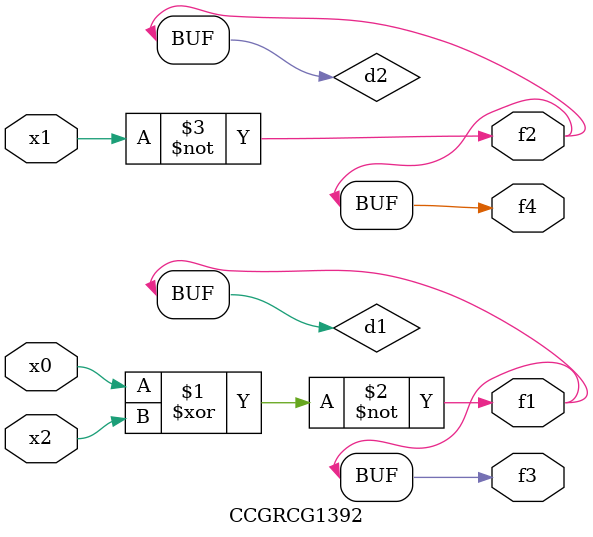
<source format=v>
module CCGRCG1392(
	input x0, x1, x2,
	output f1, f2, f3, f4
);

	wire d1, d2, d3;

	xnor (d1, x0, x2);
	nand (d2, x1);
	nor (d3, x1, x2);
	assign f1 = d1;
	assign f2 = d2;
	assign f3 = d1;
	assign f4 = d2;
endmodule

</source>
